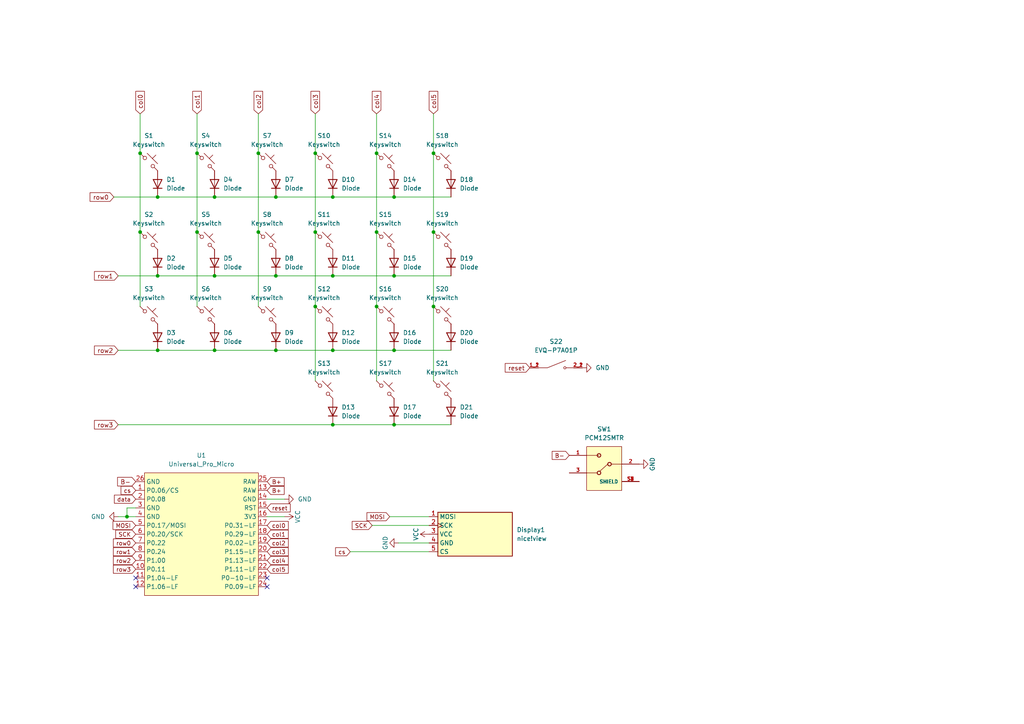
<source format=kicad_sch>
(kicad_sch (version 20231120) (generator "eeschema") (generator_version "8.0")
  (paper "A4")
  (lib_symbols
    (symbol "ClaudeSym:Universal_Pro_Micro_Footprint" (in_bom no)
      (property "Reference" "U" (at 0 22.86 0))
      (property "Value" "Universal_Pro_Micro" (at 0 20.32 0))
      (symbol "Universal_Pro_Micro_Footprint_0_0"
        (pin bidirectional line (at -19.05 -8.89 0) (length 2.54) (name "P0.11") (number "10"))
        (pin bidirectional line (at -19.05 -11.43 0) (length 2.54) (name "P1.04-LF") (number "11"))
        (pin bidirectional line (at -19.05 -13.97 0) (length 2.54) (name "P1.06-LF") (number "12"))
        (pin power_out line (at 19.05 11.43 180) (length 2.54) (name "GND") (number "14"))
        (pin bidirectional line (at 19.05 8.89 180) (length 2.54) (name "RST") (number "15"))
        (pin bidirectional line (at 19.05 3.81 180) (length 2.54) (name "P0.31-LF") (number "17"))
        (pin bidirectional line (at 19.05 1.27 180) (length 2.54) (name "P0.29-LF") (number "18"))
        (pin bidirectional line (at 19.05 -1.27 180) (length 2.54) (name "P0.02-LF") (number "19"))
        (pin bidirectional line (at -19.05 11.43 0) (length 2.54) (name "P0.08") (number "2"))
        (pin bidirectional line (at 19.05 -3.81 180) (length 2.54) (name "P1.15-LF") (number "20"))
        (pin bidirectional line (at 19.05 -6.35 180) (length 2.54) (name "P1.13-LF") (number "21"))
        (pin bidirectional line (at 19.05 -8.89 180) (length 2.54) (name "P1.11-LF") (number "22"))
        (pin bidirectional line (at 19.05 -11.43 180) (length 2.54) (name "P0-10-LF") (number "23"))
        (pin bidirectional line (at 19.05 -13.97 180) (length 2.54) (name "P0.09-LF") (number "24"))
        (pin power_out line (at -19.05 8.89 0) (length 2.54) (name "GND") (number "3"))
        (pin power_out line (at -19.05 6.35 0) (length 2.54) (name "GND") (number "4"))
        (pin bidirectional line (at -19.05 -1.27 0) (length 2.54) (name "P0.22") (number "7"))
        (pin bidirectional line (at -19.05 -3.81 0) (length 2.54) (name "P0.24") (number "8"))
        (pin bidirectional line (at -19.05 -6.35 0) (length 2.54) (name "P1.00") (number "9"))
      )
      (symbol "Universal_Pro_Micro_Footprint_1_0"
        (pin bidirectional line (at -19.05 13.97 0) (length 2.54) (name "P0.06/CS") (number "1"))
        (pin power_out line (at 19.05 13.97 180) (length 2.54) (name "RAW") (number "13"))
        (pin power_out line (at 19.05 6.35 180) (length 2.54) (name "3V3") (number "16"))
        (pin power_out line (at 19.05 16.51 180) (length 2.54) (name "RAW") (number "25"))
        (pin power_out line (at -19.05 16.51 0) (length 2.54) (name "GND") (number "26"))
        (pin bidirectional line (at -19.05 3.81 0) (length 2.54) (name "P0.17/MOSI") (number "5"))
        (pin bidirectional line (at -19.05 1.27 0) (length 2.54) (name "P0.20/SCK") (number "6"))
      )
      (symbol "Universal_Pro_Micro_Footprint_1_1"
        (rectangle (start -16.51 19.05) (end 16.51 -16.51) (fill (type background)))
      )
    )
    (symbol "EVQ-P7A01P:EVQ-P7A01P" (pin_names (offset 1.016))
      (property "Reference" "S" (at -2.54 2.54 0))
      (property "Value" "EVQ-P7A01P" (at -2.54 -2.54 0))
      (symbol "EVQ-P7A01P_0_0"
        (polyline (pts (xy -2.54 0) (xy -5.08 0)) (stroke (width 0.1524)))
        (polyline (pts (xy -2.54 0) (xy 2.794 2.1336)) (stroke (width 0.1524)))
        (polyline (pts (xy 5.08 0) (xy 2.921 0)) (stroke (width 0.1524)))
        (circle (center 2.54 0) (radius 0.3302) (stroke (width 0.1524)))
        (pin passive line (at -7.62 0 0) (length 2.54) (name "~") (number "1_1"))
        (pin passive line (at -7.62 0 0) (length 2.54) (name "~") (number "1_2"))
        (pin passive line (at 7.62 0 180) (length 2.54) (name "~") (number "2_1"))
        (pin passive line (at 7.62 0 180) (length 2.54) (name "~") (number "2_2"))
      )
    )
    (symbol "GND_1" (power) (pin_numbers hide) (pin_names (offset 0) hide)
      (property "Value" "GND" (at 0 -3.81 0))
      (symbol "GND_1_0_1"
        (polyline (pts (xy 0 0) (xy 0 -1.27) (xy 1.27 -1.27) (xy 0 -2.54) (xy -1.27 -1.27) (xy 0 -1.27)))
      )
      (symbol "GND_1_1_1"
        (pin power_in line (at 0 0 270) (length 0) (name "~") (number "1"))
      )
    )
    (symbol "PCM_PCM12SMTR:PCM12SMTR" (pin_names (offset 1.016))
      (property "Reference" "SW" (at -5.0844 5.3386 0))
      (property "Value" "PCM12SMTR" (at -5.1814 -9.6619 0))
      (symbol "PCM12SMTR_0_0"
        (rectangle (start -5.08 -7.62) (end 5.08 5.08) (stroke (width 0.1524)) (fill (type background)))
        (circle (center -1.524 -2.54) (radius 0.508) (stroke (width 0.254)))
        (circle (center -1.524 2.54) (radius 0.508) (stroke (width 0.254)))
        (polyline (pts (xy -5.08 -2.54) (xy -2.032 -2.54)) (stroke (width 0.1524)))
        (polyline (pts (xy -5.08 2.54) (xy -1.524 2.54)) (stroke (width 0.1524)))
        (polyline (pts (xy 1.016 0) (xy -1.27 -2.032)) (stroke (width 0.1524)))
        (polyline (pts (xy 2.032 0) (xy 5.08 0)) (stroke (width 0.1524)))
        (circle (center 1.524 0) (radius 0.508) (stroke (width 0.254)))
        (pin passive line (at -10.16 2.54 0) (length 5.08) (name "~") (number "1"))
        (pin passive line (at 10.16 0 180) (length 5.08) (name "~") (number "2"))
        (pin passive line (at -10.16 -2.54 0) (length 5.08) (name "~") (number "3"))
        (pin passive line (at 10.16 -5.08 180) (length 5.08) (name "SHIELD") (number "S1"))
        (pin passive line (at 10.16 -5.08 180) (length 5.08) (name "SHIELD") (number "S2"))
        (pin passive line (at 10.16 -5.08 180) (length 5.08) (name "SHIELD") (number "S3"))
        (pin passive line (at 10.16 -5.08 180) (length 5.08) (name "SHIELD") (number "S4"))
      )
    )
    (symbol "PCM_nice_view:nice!view"
      (property "Reference" "Display" (at 0 12.7 0))
      (property "Value" "nice!view" (at 0 0 0))
      (symbol "nice!view_0_1"
        (rectangle (start -6.35 11.43) (end 6.35 -10.16) (stroke (width 0.254)) (fill (type background)))
      )
      (symbol "nice!view_1_1"
        (pin input line (at -5.08 -12.7 90) (length 2.54) (name "MOSI") (number "1"))
        (pin input clock (at -2.54 -12.7 90) (length 2.54) (name "SCK") (number "2"))
        (pin power_in line (at 0 -12.7 90) (length 2.54) (name "VCC") (number "3"))
        (pin power_out line (at 2.54 -12.7 90) (length 2.54) (name "GND") (number "4"))
        (pin passive line (at 5.08 -12.7 90) (length 2.54) (name "CS") (number "5"))
      )
    )
    (symbol "ScottoKeebs:Placeholder_Diode" (pin_numbers hide) (pin_names hide)
      (property "Reference" "D" (at 0 2.54 0))
      (property "Value" "Diode" (at 0 -2.54 0))
      (symbol "Placeholder_Diode_0_1"
        (polyline (pts (xy -1.27 1.27) (xy -1.27 -1.27)) (stroke (width 0.254)))
        (polyline (pts (xy 1.27 0) (xy -1.27 0)))
        (polyline (pts (xy 1.27 1.27) (xy 1.27 -1.27) (xy -1.27 0) (xy 1.27 1.27)) (stroke (width 0.254)))
      )
      (symbol "Placeholder_Diode_1_1"
        (pin passive line (at -3.81 0 0) (length 2.54) (name "K") (number "1"))
        (pin passive line (at 3.81 0 180) (length 2.54) (name "A") (number "2"))
      )
    )
    (symbol "ScottoKeebs:Placeholder_Keyswitch" (pin_numbers hide) (pin_names (offset 1.016) hide)
      (property "Reference" "S" (at 3.048 1.016 0))
      (property "Value" "Keyswitch" (at 0 -3.81 0))
      (symbol "Placeholder_Keyswitch_0_1"
        (circle (center -1.1684 1.1684) (radius 0.508))
        (polyline (pts (xy -0.508 2.54) (xy 2.54 -0.508)))
        (polyline (pts (xy 1.016 1.016) (xy 2.032 2.032)))
        (polyline (pts (xy -2.54 2.54) (xy -1.524 1.524) (xy -1.524 1.524)))
        (polyline (pts (xy 1.524 -1.524) (xy 2.54 -2.54) (xy 2.54 -2.54) (xy 2.54 -2.54)))
        (circle (center 1.143 -1.1938) (radius 0.508))
        (pin passive line (at -2.54 2.54 0) (length 0) (name "1") (number "1"))
        (pin passive line (at 2.54 -2.54 180) (length 0) (name "2") (number "2"))
      )
    )
    (symbol "power:GND" (power) (pin_names (offset 0))
      (property "Value" "GND" (at 0 -3.81 0))
      (symbol "GND_0_1"
        (polyline (pts (xy 0 0) (xy 0 -1.27) (xy 1.27 -1.27) (xy 0 -2.54) (xy -1.27 -1.27) (xy 0 -1.27)))
      )
      (symbol "GND_1_1"
        (pin power_in line (at 0 0 270) (length 0) hide (name "GND") (number "1"))
      )
    )
    (symbol "power:VCC" (power) (pin_names (offset 0))
      (property "Value" "VCC" (at 0 3.81 0))
      (symbol "VCC_0_1"
        (polyline (pts (xy -0.762 1.27) (xy 0 2.54)))
        (polyline (pts (xy 0 0) (xy 0 2.54)))
        (polyline (pts (xy 0 2.54) (xy 0.762 1.27)))
      )
      (symbol "VCC_1_1"
        (pin power_in line (at 0 0 90) (length 0) hide (name "VCC") (number "1"))
      )
    )
  )
  (junction (at 109.22 44.45))
  (junction (at 80.01 80.01))
  (junction (at 62.23 57.15))
  (junction (at 74.93 67.31))
  (junction (at 45.72 101.6))
  (junction (at 45.72 57.15))
  (junction (at 109.22 67.31))
  (junction (at 91.44 88.9))
  (junction (at 40.64 44.45))
  (junction (at 114.3 101.6))
  (junction (at 45.72 80.01))
  (junction (at 114.3 57.15))
  (junction (at 114.3 80.01))
  (junction (at 74.93 44.45))
  (junction (at 80.01 101.6))
  (junction (at 57.15 44.45))
  (junction (at 114.3 123.19))
  (junction (at 96.52 123.19))
  (junction (at 125.73 67.31))
  (junction (at 62.23 80.01))
  (junction (at 96.52 101.6))
  (junction (at 109.22 88.9))
  (junction (at 96.52 57.15))
  (junction (at 125.73 44.45))
  (junction (at 40.64 67.31))
  (junction (at 57.15 67.31))
  (junction (at 96.52 80.01))
  (junction (at 62.23 101.6))
  (junction (at 91.44 44.45))
  (junction (at 36.83 149.86))
  (junction (at 91.44 67.31))
  (junction (at 80.01 57.15))
  (junction (at 125.73 88.9))
  (no_connect (at 39.37 170.18))
  (no_connect (at 77.47 170.18))
  (no_connect (at 77.47 167.64))
  (no_connect (at 39.37 167.64))
  (wire (pts (xy 80.01 80.01) (xy 96.52 80.01)))
  (wire (pts (xy 109.22 67.31) (xy 109.22 88.9)))
  (wire (pts (xy 74.93 44.45) (xy 74.93 67.31)))
  (wire (pts (xy 113.03 149.86) (xy 124.46 149.86)))
  (wire (pts (xy 74.93 33.02) (xy 74.93 44.45)))
  (wire (pts (xy 114.3 57.15) (xy 130.81 57.15)))
  (wire (pts (xy 91.44 67.31) (xy 91.44 88.9)))
  (wire (pts (xy 34.29 80.01) (xy 45.72 80.01)))
  (wire (pts (xy 125.73 88.9) (xy 125.73 110.49)))
  (wire (pts (xy 34.29 101.6) (xy 45.72 101.6)))
  (wire (pts (xy 57.15 44.45) (xy 57.15 67.31)))
  (wire (pts (xy 114.3 123.19) (xy 130.81 123.19)))
  (wire (pts (xy 40.64 44.45) (xy 40.64 67.31)))
  (wire (pts (xy 96.52 57.15) (xy 114.3 57.15)))
  (wire (pts (xy 96.52 101.6) (xy 114.3 101.6)))
  (wire (pts (xy 62.23 57.15) (xy 80.01 57.15)))
  (wire (pts (xy 109.22 88.9) (xy 109.22 110.49)))
  (wire (pts (xy 33.02 57.15) (xy 45.72 57.15)))
  (wire (pts (xy 125.73 44.45) (xy 125.73 67.31)))
  (wire (pts (xy 45.72 80.01) (xy 62.23 80.01)))
  (wire (pts (xy 45.72 57.15) (xy 62.23 57.15)))
  (wire (pts (xy 74.93 67.31) (xy 74.93 88.9)))
  (wire (pts (xy 91.44 33.02) (xy 91.44 44.45)))
  (wire (pts (xy 125.73 67.31) (xy 125.73 88.9)))
  (wire (pts (xy 62.23 80.01) (xy 80.01 80.01)))
  (wire (pts (xy 101.6 160.02) (xy 124.46 160.02)))
  (wire (pts (xy 96.52 123.19) (xy 114.3 123.19)))
  (wire (pts (xy 91.44 44.45) (xy 91.44 67.31)))
  (wire (pts (xy 57.15 33.02) (xy 57.15 44.45)))
  (wire (pts (xy 115.57 157.48) (xy 124.46 157.48)))
  (wire (pts (xy 80.01 57.15) (xy 96.52 57.15)))
  (wire (pts (xy 57.15 67.31) (xy 57.15 88.9)))
  (wire (pts (xy 34.29 149.86) (xy 36.83 149.86)))
  (wire (pts (xy 91.44 88.9) (xy 91.44 110.49)))
  (wire (pts (xy 96.52 80.01) (xy 114.3 80.01)))
  (wire (pts (xy 114.3 80.01) (xy 130.81 80.01)))
  (wire (pts (xy 62.23 101.6) (xy 80.01 101.6)))
  (wire (pts (xy 36.83 149.86) (xy 39.37 149.86)))
  (wire (pts (xy 34.29 123.19) (xy 96.52 123.19)))
  (wire (pts (xy 125.73 33.02) (xy 125.73 44.45)))
  (wire (pts (xy 40.64 67.31) (xy 40.64 88.9)))
  (wire (pts (xy 109.22 44.45) (xy 109.22 67.31)))
  (wire (pts (xy 107.95 152.4) (xy 124.46 152.4)))
  (wire (pts (xy 39.37 147.32) (xy 36.83 147.32)))
  (wire (pts (xy 77.47 149.86) (xy 82.55 149.86)))
  (wire (pts (xy 40.64 33.02) (xy 40.64 44.45)))
  (wire (pts (xy 80.01 101.6) (xy 96.52 101.6)))
  (wire (pts (xy 36.83 147.32) (xy 36.83 149.86)))
  (wire (pts (xy 114.3 101.6) (xy 130.81 101.6)))
  (wire (pts (xy 109.22 33.02) (xy 109.22 44.45)))
  (wire (pts (xy 77.47 144.78) (xy 82.55 144.78)))
  (wire (pts (xy 45.72 101.6) (xy 62.23 101.6)))
  (global_label "col1" (shape input) (at 77.47 154.94 0) (effects (font (size 1.1938 1.1938))) (property "Intersheetrefs" "${INTERSHEET_REFS}" (effects (hide yes))))
  (global_label "col4" (shape input) (at 109.22 33.02 90) (property "Intersheetrefs" "${INTERSHEET_REFS}" (effects (hide yes))))
  (global_label "row0" (shape input) (at 39.37 157.48 180) (effects (font (size 1.1938 1.1938))) (property "Intersheetrefs" "${INTERSHEET_REFS}" (effects (hide yes))))
  (global_label "SCK" (shape input) (at 107.95 152.4 180) (effects (font (size 1.1938 1.1938))) (property "Intersheetrefs" "${INTERSHEET_REFS}" (effects (hide yes))))
  (global_label "data" (shape input) (at 39.37 144.78 180) (effects (font (size 1.1938 1.1938))) (property "Intersheetrefs" "${INTERSHEET_REFS}" (effects (hide yes))))
  (global_label "B+" (shape input) (at 77.47 139.7 0) (effects (font (size 1.1938 1.1938))) (property "Intersheetrefs" "${INTERSHEET_REFS}" (effects (hide yes))))
  (global_label "col3" (shape input) (at 77.47 160.02 0) (effects (font (size 1.1938 1.1938))) (property "Intersheetrefs" "${INTERSHEET_REFS}" (effects (hide yes))))
  (global_label "row2" (shape input) (at 39.37 162.56 180) (effects (font (size 1.1938 1.1938))) (property "Intersheetrefs" "${INTERSHEET_REFS}" (effects (hide yes))))
  (global_label "reset" (shape input) (at 153.67 106.68 180) (property "Intersheetrefs" "${INTERSHEET_REFS}" (effects (hide yes))))
  (global_label "row3" (shape input) (at 34.29 123.19 180) (property "Intersheetrefs" "${INTERSHEET_REFS}" (effects (hide yes))))
  (global_label "col0" (shape input) (at 77.47 152.4 0) (effects (font (size 1.1938 1.1938))) (property "Intersheetrefs" "${INTERSHEET_REFS}" (effects (hide yes))))
  (global_label "cs" (shape input) (at 39.37 142.24 180) (effects (font (size 1.1938 1.1938))) (property "Intersheetrefs" "${INTERSHEET_REFS}" (effects (hide yes))))
  (global_label "B-" (shape input) (at 165.1 132.08 180) (effects (font (size 1.1938 1.1938))) (property "Intersheetrefs" "${INTERSHEET_REFS}" (effects (hide yes))))
  (global_label "SCK" (shape input) (at 39.37 154.94 180) (effects (font (size 1.1938 1.1938))) (property "Intersheetrefs" "${INTERSHEET_REFS}" (effects (hide yes))))
  (global_label "row1" (shape input) (at 39.37 160.02 180) (effects (font (size 1.1938 1.1938))) (property "Intersheetrefs" "${INTERSHEET_REFS}" (effects (hide yes))))
  (global_label "MOSI" (shape input) (at 113.03 149.86 180) (effects (font (size 1.1938 1.1938))) (property "Intersheetrefs" "${INTERSHEET_REFS}" (effects (hide yes))))
  (global_label "col3" (shape input) (at 91.44 33.02 90) (property "Intersheetrefs" "${INTERSHEET_REFS}" (effects (hide yes))))
  (global_label "MOSI" (shape input) (at 39.37 152.4 180) (effects (font (size 1.1938 1.1938))) (property "Intersheetrefs" "${INTERSHEET_REFS}" (effects (hide yes))))
  (global_label "row2" (shape input) (at 34.29 101.6 180) (property "Intersheetrefs" "${INTERSHEET_REFS}" (effects (hide yes))))
  (global_label "row0" (shape input) (at 33.02 57.15 180) (property "Intersheetrefs" "${INTERSHEET_REFS}" (effects (hide yes))))
  (global_label "col0" (shape input) (at 40.64 33.02 90) (property "Intersheetrefs" "${INTERSHEET_REFS}" (effects (hide yes))))
  (global_label "row1" (shape input) (at 34.29 80.01 180) (property "Intersheetrefs" "${INTERSHEET_REFS}" (effects (hide yes))))
  (global_label "col1" (shape input) (at 57.15 33.02 90) (property "Intersheetrefs" "${INTERSHEET_REFS}" (effects (hide yes))))
  (global_label "B-" (shape input) (at 39.37 139.7 180) (property "Intersheetrefs" "${INTERSHEET_REFS}" (effects (hide yes))))
  (global_label "row3" (shape input) (at 39.37 165.1 180) (effects (font (size 1.1938 1.1938))) (property "Intersheetrefs" "${INTERSHEET_REFS}" (effects (hide yes))))
  (global_label "col2" (shape input) (at 74.93 33.02 90) (property "Intersheetrefs" "${INTERSHEET_REFS}" (effects (hide yes))))
  (global_label "col2" (shape input) (at 77.47 157.48 0) (effects (font (size 1.1938 1.1938))) (property "Intersheetrefs" "${INTERSHEET_REFS}" (effects (hide yes))))
  (global_label "col5" (shape input) (at 77.47 165.1 0) (effects (font (size 1.1938 1.1938))) (property "Intersheetrefs" "${INTERSHEET_REFS}" (effects (hide yes))))
  (global_label "col4" (shape input) (at 77.47 162.56 0) (effects (font (size 1.1938 1.1938))) (property "Intersheetrefs" "${INTERSHEET_REFS}" (effects (hide yes))))
  (global_label "reset" (shape input) (at 77.47 147.32 0) (effects (font (size 1.1938 1.1938))) (property "Intersheetrefs" "${INTERSHEET_REFS}" (effects (hide yes))))
  (global_label "cs" (shape input) (at 101.6 160.02 180) (effects (font (size 1.1938 1.1938))) (property "Intersheetrefs" "${INTERSHEET_REFS}" (effects (hide yes))))
  (global_label "col5" (shape input) (at 125.73 33.02 90) (property "Intersheetrefs" "${INTERSHEET_REFS}" (effects (hide yes))))
  (global_label "B+" (shape input) (at 77.47 142.24 0) (effects (font (size 1.1938 1.1938))) (property "Intersheetrefs" "${INTERSHEET_REFS}" (effects (hide yes))))
  (symbol (lib_id "ScottoKeebs:Placeholder_Keyswitch") (at 93.98 69.85 0) (unit 1)
    (property "Reference" "S11" (at 93.98 62.23 0))
    (property "Value" "Keyswitch" (at 93.98 64.77 0))
    (property "Footprint" "ScottoKeebs_Choc:Choc_V1_1.00u" (effects (hide yes)))
    (property "Description" "Push button switch, normally open, two pins, 45° tilted" (effects (hide yes)))
  )
  (symbol (lib_id "ScottoKeebs:Placeholder_Keyswitch") (at 93.98 46.99 0) (unit 1)
    (property "Reference" "S10" (at 93.98 39.37 0))
    (property "Value" "Keyswitch" (at 93.98 41.91 0))
    (property "Footprint" "ScottoKeebs_Choc:Choc_V1_1.00u" (effects (hide yes)))
    (property "Description" "Push button switch, normally open, two pins, 45° tilted" (effects (hide yes)))
  )
  (symbol (lib_id "power:GND") (at 115.57 157.48 270) (unit 1)
    (property "Reference" "#PWR01" (effects (hide yes)))
    (property "Value" "GND" (at 111.76 157.48 0))
  )
  (symbol (lib_name "GND_1") (lib_id "power:GND") (at 82.55 144.78 90) (unit 1)
    (property "Reference" "#PWR06" (effects (hide yes)))
    (property "Value" "GND" (at 86.36 144.7799 90) (effects (justify right)))
    (property "Description" "Power symbol creates a global label with name \"GND\" , ground" (effects (hide yes)))
  )
  (symbol (lib_id "ScottoKeebs:Placeholder_Diode") (at 114.3 119.38 90) (unit 1)
    (property "Reference" "D17" (at 116.84 118.1099 90) (effects (justify right)))
    (property "Value" "Diode" (at 116.84 120.6499 90) (effects (justify right)))
    (property "Footprint" "ScottoKeebs_Components:Diode_SOD-123" (effects (hide yes)))
    (property "Description" "1N4148 (DO-35) or 1N4148W (SOD-123)" (effects (hide yes)))
    (property "Sim.Device" "D" (effects (hide yes)))
    (property "Sim.Pins" "1=K 2=A" (effects (hide yes)))
  )
  (symbol (lib_id "ScottoKeebs:Placeholder_Keyswitch") (at 93.98 91.44 0) (unit 1)
    (property "Reference" "S12" (at 93.98 83.82 0))
    (property "Value" "Keyswitch" (at 93.98 86.36 0))
    (property "Footprint" "ScottoKeebs_Choc:Choc_V1_1.00u" (effects (hide yes)))
    (property "Description" "Push button switch, normally open, two pins, 45° tilted" (effects (hide yes)))
  )
  (symbol (lib_id "ScottoKeebs:Placeholder_Diode") (at 96.52 76.2 90) (unit 1)
    (property "Reference" "D11" (at 99.06 74.9299 90) (effects (justify right)))
    (property "Value" "Diode" (at 99.06 77.4699 90) (effects (justify right)))
    (property "Footprint" "ScottoKeebs_Components:Diode_SOD-123" (effects (hide yes)))
    (property "Description" "1N4148 (DO-35) or 1N4148W (SOD-123)" (effects (hide yes)))
    (property "Sim.Device" "D" (effects (hide yes)))
    (property "Sim.Pins" "1=K 2=A" (effects (hide yes)))
  )
  (symbol (lib_id "ScottoKeebs:Placeholder_Diode") (at 62.23 97.79 90) (unit 1)
    (property "Reference" "D6" (at 64.77 96.5199 90) (effects (justify right)))
    (property "Value" "Diode" (at 64.77 99.0599 90) (effects (justify right)))
    (property "Footprint" "ScottoKeebs_Components:Diode_SOD-123" (effects (hide yes)))
    (property "Description" "1N4148 (DO-35) or 1N4148W (SOD-123)" (effects (hide yes)))
    (property "Sim.Device" "D" (effects (hide yes)))
    (property "Sim.Pins" "1=K 2=A" (effects (hide yes)))
  )
  (symbol (lib_id "ScottoKeebs:Placeholder_Keyswitch") (at 59.69 69.85 0) (unit 1)
    (property "Reference" "S5" (at 59.69 62.23 0))
    (property "Value" "Keyswitch" (at 59.69 64.77 0))
    (property "Footprint" "ScottoKeebs_Choc:Choc_V1_1.00u" (effects (hide yes)))
    (property "Description" "Push button switch, normally open, two pins, 45° tilted" (effects (hide yes)))
  )
  (symbol (lib_id "ScottoKeebs:Placeholder_Diode") (at 62.23 53.34 90) (unit 1)
    (property "Reference" "D4" (at 64.77 52.0699 90) (effects (justify right)))
    (property "Value" "Diode" (at 64.77 54.6099 90) (effects (justify right)))
    (property "Footprint" "ScottoKeebs_Components:Diode_SOD-123" (effects (hide yes)))
    (property "Description" "1N4148 (DO-35) or 1N4148W (SOD-123)" (effects (hide yes)))
    (property "Sim.Device" "D" (effects (hide yes)))
    (property "Sim.Pins" "1=K 2=A" (effects (hide yes)))
  )
  (symbol (lib_id "PCM_nice_view:nice!view") (at 137.16 154.94 270) (unit 1)
    (property "Reference" "Display1" (at 149.86 153.67 90) (effects (justify left)))
    (property "Value" "nice!view" (at 149.86 156.21 90) (effects (justify left)))
    (property "Footprint" "myLib:nice_view" (effects (hide yes)))
    (property "Datasheet" "https://nicekeyboards.com/docs/nice-view/pinout-schematic" (effects (hide yes)))
  )
  (symbol (lib_id "ScottoKeebs:Placeholder_Keyswitch") (at 111.76 69.85 0) (unit 1)
    (property "Reference" "S15" (at 111.76 62.23 0))
    (property "Value" "Keyswitch" (at 111.76 64.77 0))
    (property "Footprint" "ScottoKeebs_Choc:Choc_V1_1.00u" (effects (hide yes)))
    (property "Description" "Push button switch, normally open, two pins, 45° tilted" (effects (hide yes)))
  )
  (symbol (lib_id "ScottoKeebs:Placeholder_Diode") (at 96.52 97.79 90) (unit 1)
    (property "Reference" "D12" (at 99.06 96.5199 90) (effects (justify right)))
    (property "Value" "Diode" (at 99.06 99.0599 90) (effects (justify right)))
    (property "Footprint" "ScottoKeebs_Components:Diode_SOD-123" (effects (hide yes)))
    (property "Description" "1N4148 (DO-35) or 1N4148W (SOD-123)" (effects (hide yes)))
    (property "Sim.Device" "D" (effects (hide yes)))
    (property "Sim.Pins" "1=K 2=A" (effects (hide yes)))
  )
  (symbol (lib_id "ScottoKeebs:Placeholder_Keyswitch") (at 77.47 69.85 0) (unit 1)
    (property "Reference" "S8" (at 77.47 62.23 0))
    (property "Value" "Keyswitch" (at 77.47 64.77 0))
    (property "Footprint" "ScottoKeebs_Choc:Choc_V1_1.00u" (effects (hide yes)))
    (property "Description" "Push button switch, normally open, two pins, 45° tilted" (effects (hide yes)))
  )
  (symbol (lib_id "power:VCC") (at 82.55 149.86 270) (unit 1)
    (property "Reference" "#PWR07" (effects (hide yes)))
    (property "Value" "VCC" (at 86.36 149.86 0))
  )
  (symbol (lib_id "ScottoKeebs:Placeholder_Keyswitch") (at 43.18 46.99 0) (unit 1)
    (property "Reference" "S1" (at 43.18 39.37 0))
    (property "Value" "Keyswitch" (at 43.18 41.91 0))
    (property "Footprint" "ScottoKeebs_Choc:Choc_V1_1.00u" (effects (hide yes)))
    (property "Description" "Push button switch, normally open, two pins, 45° tilted" (effects (hide yes)))
  )
  (symbol (lib_id "ScottoKeebs:Placeholder_Keyswitch") (at 111.76 91.44 0) (unit 1)
    (property "Reference" "S16" (at 111.76 83.82 0))
    (property "Value" "Keyswitch" (at 111.76 86.36 0))
    (property "Footprint" "ScottoKeebs_Choc:Choc_V1_1.00u" (effects (hide yes)))
    (property "Description" "Push button switch, normally open, two pins, 45° tilted" (effects (hide yes)))
  )
  (symbol (lib_id "ScottoKeebs:Placeholder_Diode") (at 62.23 76.2 90) (unit 1)
    (property "Reference" "D5" (at 64.77 74.9299 90) (effects (justify right)))
    (property "Value" "Diode" (at 64.77 77.4699 90) (effects (justify right)))
    (property "Footprint" "ScottoKeebs_Components:Diode_SOD-123" (effects (hide yes)))
    (property "Description" "1N4148 (DO-35) or 1N4148W (SOD-123)" (effects (hide yes)))
    (property "Sim.Device" "D" (effects (hide yes)))
    (property "Sim.Pins" "1=K 2=A" (effects (hide yes)))
  )
  (symbol (lib_name "GND_1") (lib_id "power:GND") (at 168.91 106.68 90) (unit 1)
    (property "Reference" "#PWR04" (effects (hide yes)))
    (property "Value" "GND" (at 172.72 106.6799 90) (effects (justify right)))
    (property "Description" "Power symbol creates a global label with name \"GND\" , ground" (effects (hide yes)))
  )
  (symbol (lib_id "ScottoKeebs:Placeholder_Diode") (at 130.81 119.38 90) (unit 1)
    (property "Reference" "D21" (at 133.35 118.1099 90) (effects (justify right)))
    (property "Value" "Diode" (at 133.35 120.6499 90) (effects (justify right)))
    (property "Footprint" "ScottoKeebs_Components:Diode_SOD-123" (effects (hide yes)))
    (property "Description" "1N4148 (DO-35) or 1N4148W (SOD-123)" (effects (hide yes)))
    (property "Sim.Device" "D" (effects (hide yes)))
    (property "Sim.Pins" "1=K 2=A" (effects (hide yes)))
  )
  (symbol (lib_id "ScottoKeebs:Placeholder_Diode") (at 45.72 97.79 90) (unit 1)
    (property "Reference" "D3" (at 48.26 96.5199 90) (effects (justify right)))
    (property "Value" "Diode" (at 48.26 99.0599 90) (effects (justify right)))
    (property "Footprint" "ScottoKeebs_Components:Diode_SOD-123" (effects (hide yes)))
    (property "Description" "1N4148 (DO-35) or 1N4148W (SOD-123)" (effects (hide yes)))
    (property "Sim.Device" "D" (effects (hide yes)))
    (property "Sim.Pins" "1=K 2=A" (effects (hide yes)))
  )
  (symbol (lib_id "ScottoKeebs:Placeholder_Keyswitch") (at 59.69 91.44 0) (unit 1)
    (property "Reference" "S6" (at 59.69 83.82 0))
    (property "Value" "Keyswitch" (at 59.69 86.36 0))
    (property "Footprint" "ScottoKeebs_Choc:Choc_V1_1.00u" (effects (hide yes)))
    (property "Description" "Push button switch, normally open, two pins, 45° tilted" (effects (hide yes)))
  )
  (symbol (lib_id "ScottoKeebs:Placeholder_Keyswitch") (at 93.98 113.03 0) (unit 1)
    (property "Reference" "S13" (at 93.98 105.41 0))
    (property "Value" "Keyswitch" (at 93.98 107.95 0))
    (property "Footprint" "ScottoKeebs_Choc:Choc_V1_1.00u" (effects (hide yes)))
    (property "Description" "Push button switch, normally open, two pins, 45° tilted" (effects (hide yes)))
  )
  (symbol (lib_id "ScottoKeebs:Placeholder_Diode") (at 45.72 53.34 90) (unit 1)
    (property "Reference" "D1" (at 48.26 52.0699 90) (effects (justify right)))
    (property "Value" "Diode" (at 48.26 54.6099 90) (effects (justify right)))
    (property "Footprint" "ScottoKeebs_Components:Diode_SOD-123" (effects (hide yes)))
    (property "Description" "1N4148 (DO-35) or 1N4148W (SOD-123)" (effects (hide yes)))
    (property "Sim.Device" "D" (effects (hide yes)))
    (property "Sim.Pins" "1=K 2=A" (effects (hide yes)))
  )
  (symbol (lib_id "ScottoKeebs:Placeholder_Diode") (at 96.52 53.34 90) (unit 1)
    (property "Reference" "D10" (at 99.06 52.0699 90) (effects (justify right)))
    (property "Value" "Diode" (at 99.06 54.6099 90) (effects (justify right)))
    (property "Footprint" "ScottoKeebs_Components:Diode_SOD-123" (effects (hide yes)))
    (property "Description" "1N4148 (DO-35) or 1N4148W (SOD-123)" (effects (hide yes)))
    (property "Sim.Device" "D" (effects (hide yes)))
    (property "Sim.Pins" "1=K 2=A" (effects (hide yes)))
  )
  (symbol (lib_id "power:GND") (at 185.42 134.62 90) (unit 1)
    (property "Reference" "#PWR03" (effects (hide yes)))
    (property "Value" "GND" (at 189.23 134.62 0))
  )
  (symbol (lib_id "ScottoKeebs:Placeholder_Keyswitch") (at 43.18 91.44 0) (unit 1)
    (property "Reference" "S3" (at 43.18 83.82 0))
    (property "Value" "Keyswitch" (at 43.18 86.36 0))
    (property "Footprint" "ScottoKeebs_Choc:Choc_V1_1.00u" (effects (hide yes)))
    (property "Description" "Push button switch, normally open, two pins, 45° tilted" (effects (hide yes)))
  )
  (symbol (lib_id "PCM_PCM12SMTR:PCM12SMTR") (at 175.26 134.62 0) (unit 1)
    (property "Reference" "SW1" (at 175.26 124.46 0))
    (property "Value" "PCM12SMTR" (at 175.26 127 0))
    (property "Footprint" "Button_Switch_SMD:SW_SPDT_PCM12" (effects (hide yes)))
    (property "STANDARD" "Manufacturer Recommendation" (effects (hide yes)))
    (property "MANUFACTURER" "C&K" (effects (hide yes)))
  )
  (symbol (lib_id "ScottoKeebs:Placeholder_Diode") (at 114.3 97.79 90) (unit 1)
    (property "Reference" "D16" (at 116.84 96.5199 90) (effects (justify right)))
    (property "Value" "Diode" (at 116.84 99.0599 90) (effects (justify right)))
    (property "Footprint" "ScottoKeebs_Components:Diode_SOD-123" (effects (hide yes)))
    (property "Description" "1N4148 (DO-35) or 1N4148W (SOD-123)" (effects (hide yes)))
    (property "Sim.Device" "D" (effects (hide yes)))
    (property "Sim.Pins" "1=K 2=A" (effects (hide yes)))
  )
  (symbol (lib_id "ScottoKeebs:Placeholder_Keyswitch") (at 111.76 113.03 0) (unit 1)
    (property "Reference" "S17" (at 111.76 105.41 0))
    (property "Value" "Keyswitch" (at 111.76 107.95 0))
    (property "Footprint" "ScottoKeebs_Choc:Choc_V1_1.00u" (effects (hide yes)))
    (property "Description" "Push button switch, normally open, two pins, 45° tilted" (effects (hide yes)))
  )
  (symbol (lib_id "ScottoKeebs:Placeholder_Diode") (at 80.01 53.34 90) (unit 1)
    (property "Reference" "D7" (at 82.55 52.0699 90) (effects (justify right)))
    (property "Value" "Diode" (at 82.55 54.6099 90) (effects (justify right)))
    (property "Footprint" "ScottoKeebs_Components:Diode_SOD-123" (effects (hide yes)))
    (property "Description" "1N4148 (DO-35) or 1N4148W (SOD-123)" (effects (hide yes)))
    (property "Sim.Device" "D" (effects (hide yes)))
    (property "Sim.Pins" "1=K 2=A" (effects (hide yes)))
  )
  (symbol (lib_id "ScottoKeebs:Placeholder_Keyswitch") (at 43.18 69.85 0) (unit 1)
    (property "Reference" "S2" (at 43.18 62.23 0))
    (property "Value" "Keyswitch" (at 43.18 64.77 0))
    (property "Footprint" "ScottoKeebs_Choc:Choc_V1_1.00u" (effects (hide yes)))
    (property "Description" "Push button switch, normally open, two pins, 45° tilted" (effects (hide yes)))
  )
  (symbol (lib_id "ScottoKeebs:Placeholder_Diode") (at 130.81 53.34 90) (unit 1)
    (property "Reference" "D18" (at 133.35 52.0699 90) (effects (justify right)))
    (property "Value" "Diode" (at 133.35 54.6099 90) (effects (justify right)))
    (property "Footprint" "ScottoKeebs_Components:Diode_SOD-123" (effects (hide yes)))
    (property "Description" "1N4148 (DO-35) or 1N4148W (SOD-123)" (effects (hide yes)))
    (property "Sim.Device" "D" (effects (hide yes)))
    (property "Sim.Pins" "1=K 2=A" (effects (hide yes)))
  )
  (symbol (lib_id "ScottoKeebs:Placeholder_Diode") (at 45.72 76.2 90) (unit 1)
    (property "Reference" "D2" (at 48.26 74.9299 90) (effects (justify right)))
    (property "Value" "Diode" (at 48.26 77.4699 90) (effects (justify right)))
    (property "Footprint" "ScottoKeebs_Components:Diode_SOD-123" (effects (hide yes)))
    (property "Description" "1N4148 (DO-35) or 1N4148W (SOD-123)" (effects (hide yes)))
    (property "Sim.Device" "D" (effects (hide yes)))
    (property "Sim.Pins" "1=K 2=A" (effects (hide yes)))
  )
  (symbol (lib_id "ScottoKeebs:Placeholder_Keyswitch") (at 128.27 46.99 0) (unit 1)
    (property "Reference" "S18" (at 128.27 39.37 0))
    (property "Value" "Keyswitch" (at 128.27 41.91 0))
    (property "Footprint" "ScottoKeebs_Choc:Choc_V1_1.00u" (effects (hide yes)))
    (property "Description" "Push button switch, normally open, two pins, 45° tilted" (effects (hide yes)))
  )
  (symbol (lib_id "ScottoKeebs:Placeholder_Keyswitch") (at 128.27 91.44 0) (unit 1)
    (property "Reference" "S20" (at 128.27 83.82 0))
    (property "Value" "Keyswitch" (at 128.27 86.36 0))
    (property "Footprint" "ScottoKeebs_Choc:Choc_V1_1.00u" (effects (hide yes)))
    (property "Description" "Push button switch, normally open, two pins, 45° tilted" (effects (hide yes)))
  )
  (symbol (lib_id "ScottoKeebs:Placeholder_Keyswitch") (at 111.76 46.99 0) (unit 1)
    (property "Reference" "S14" (at 111.76 39.37 0))
    (property "Value" "Keyswitch" (at 111.76 41.91 0))
    (property "Footprint" "ScottoKeebs_Choc:Choc_V1_1.00u" (effects (hide yes)))
    (property "Description" "Push button switch, normally open, two pins, 45° tilted" (effects (hide yes)))
  )
  (symbol (lib_name "GND_1") (lib_id "power:GND") (at 34.29 149.86 270) (unit 1)
    (property "Reference" "#PWR05" (effects (hide yes)))
    (property "Value" "GND" (at 30.48 149.8599 90) (effects (justify right)))
    (property "Description" "Power symbol creates a global label with name \"GND\" , ground" (effects (hide yes)))
  )
  (symbol (lib_id "ClaudeSym:Universal_Pro_Micro_Footprint") (at 58.42 156.21 0) (unit 1) (in_bom no)
    (property "Reference" "U1" (at 58.42 132.08 0))
    (property "Value" "Universal_Pro_Micro" (at 58.42 134.62 0))
    (property "Footprint" "myLib:Universal_Pro_Micro_Footprint" (effects (hide yes)))
    (property "Datasheet" "https://nicekeyboards.com/docs/nice-nano/pinout-schematic" (effects (hide yes)))
  )
  (symbol (lib_id "ScottoKeebs:Placeholder_Diode") (at 96.52 119.38 90) (unit 1)
    (property "Reference" "D13" (at 99.06 118.1099 90) (effects (justify right)))
    (property "Value" "Diode" (at 99.06 120.6499 90) (effects (justify right)))
    (property "Footprint" "ScottoKeebs_Components:Diode_SOD-123" (effects (hide yes)))
    (property "Description" "1N4148 (DO-35) or 1N4148W (SOD-123)" (effects (hide yes)))
    (property "Sim.Device" "D" (effects (hide yes)))
    (property "Sim.Pins" "1=K 2=A" (effects (hide yes)))
  )
  (symbol (lib_id "ScottoKeebs:Placeholder_Diode") (at 130.81 97.79 90) (unit 1)
    (property "Reference" "D20" (at 133.35 96.5199 90) (effects (justify right)))
    (property "Value" "Diode" (at 133.35 99.0599 90) (effects (justify right)))
    (property "Footprint" "ScottoKeebs_Components:Diode_SOD-123" (effects (hide yes)))
    (property "Description" "1N4148 (DO-35) or 1N4148W (SOD-123)" (effects (hide yes)))
    (property "Sim.Device" "D" (effects (hide yes)))
    (property "Sim.Pins" "1=K 2=A" (effects (hide yes)))
  )
  (symbol (lib_id "EVQ-P7A01P:EVQ-P7A01P") (at 161.29 106.68 0) (unit 1)
    (property "Reference" "S22" (at 161.29 99.06 0))
    (property "Value" "EVQ-P7A01P" (at 161.29 101.6 0))
    (property "Footprint" "EVQ-P7A01P:SW_EVQ-P7A01P" (effects (hide yes)))
    (property "MF" "Panasonic Electronic Components" (effects (hide yes)))
    (property "MAXIMUM_PACKAGE_HEIGHT" "1.35mm" (effects (hide yes)))
    (property "Package" "None" (effects (hide yes)))
    (property "Price" "None" (effects (hide yes)))
    (property "Check_prices" "https://www.snapeda.com/parts/EVQ-P7A01P/Panasonic/view-part/?ref=eda" (effects (hide yes)))
    (property "STANDARD" "Manufacturer Recommendations" (effects (hide yes)))
    (property "PARTREV" "2022.4" (effects (hide yes)))
    (property "SnapEDA_Link" "https://www.snapeda.com/parts/EVQ-P7A01P/Panasonic/view-part/?ref=snap" (effects (hide yes)))
    (property "MP" "EVQ-P7A01P" (effects (hide yes)))
    (property "Purchase-URL" "https://www.snapeda.com/api/url_track_click_mouser/?unipart_id=7409726&manufacturer=Panasonic Electronic Components&part_name=EVQ-P7A01P&search_term=evqp7a" (effects (hide yes)))
    (property "Description_1" "\nSwitch;Tactile;3.5x2.9mm;Right Angle;Light Touch Switch | Panasonic Electronic Components EVQ-P7A01P\n" (effects (hide yes)))
    (property "Availability" "In Stock" (effects (hide yes)))
    (property "MANUFACTURER" "Panasonic Electronic Components" (effects (hide yes)))
  )
  (symbol (lib_id "power:VCC") (at 124.46 154.94 90) (unit 1)
    (property "Reference" "#PWR02" (effects (hide yes)))
    (property "Value" "VCC" (at 120.65 154.94 0))
  )
  (symbol (lib_id "ScottoKeebs:Placeholder_Keyswitch") (at 77.47 46.99 0) (unit 1)
    (property "Reference" "S7" (at 77.47 39.37 0))
    (property "Value" "Keyswitch" (at 77.47 41.91 0))
    (property "Footprint" "ScottoKeebs_Choc:Choc_V1_1.00u" (effects (hide yes)))
    (property "Description" "Push button switch, normally open, two pins, 45° tilted" (effects (hide yes)))
  )
  (symbol (lib_id "ScottoKeebs:Placeholder_Keyswitch") (at 77.47 91.44 0) (unit 1)
    (property "Reference" "S9" (at 77.47 83.82 0))
    (property "Value" "Keyswitch" (at 77.47 86.36 0))
    (property "Footprint" "ScottoKeebs_Choc:Choc_V1_1.00u" (effects (hide yes)))
    (property "Description" "Push button switch, normally open, two pins, 45° tilted" (effects (hide yes)))
  )
  (symbol (lib_id "ScottoKeebs:Placeholder_Keyswitch") (at 128.27 113.03 0) (unit 1)
    (property "Reference" "S21" (at 128.27 105.41 0))
    (property "Value" "Keyswitch" (at 128.27 107.95 0))
    (property "Footprint" "ScottoKeebs_Choc:Choc_V1_1.50u" (effects (hide yes)))
    (property "Description" "Push button switch, normally open, two pins, 45° tilted" (effects (hide yes)))
  )
  (symbol (lib_id "ScottoKeebs:Placeholder_Diode") (at 80.01 76.2 90) (unit 1)
    (property "Reference" "D8" (at 82.55 74.9299 90) (effects (justify right)))
    (property "Value" "Diode" (at 82.55 77.4699 90) (effects (justify right)))
    (property "Footprint" "ScottoKeebs_Components:Diode_SOD-123" (effects (hide yes)))
    (property "Description" "1N4148 (DO-35) or 1N4148W (SOD-123)" (effects (hide yes)))
    (property "Sim.Device" "D" (effects (hide yes)))
    (property "Sim.Pins" "1=K 2=A" (effects (hide yes)))
  )
  (symbol (lib_id "ScottoKeebs:Placeholder_Keyswitch") (at 128.27 69.85 0) (unit 1)
    (property "Reference" "S19" (at 128.27 62.23 0))
    (property "Value" "Keyswitch" (at 128.27 64.77 0))
    (property "Footprint" "ScottoKeebs_Choc:Choc_V1_1.00u" (effects (hide yes)))
    (property "Description" "Push button switch, normally open, two pins, 45° tilted" (effects (hide yes)))
  )
  (symbol (lib_id "ScottoKeebs:Placeholder_Diode") (at 114.3 76.2 90) (unit 1)
    (property "Reference" "D15" (at 116.84 74.9299 90) (effects (justify right)))
    (property "Value" "Diode" (at 116.84 77.4699 90) (effects (justify right)))
    (property "Footprint" "ScottoKeebs_Components:Diode_SOD-123" (effects (hide yes)))
    (property "Description" "1N4148 (DO-35) or 1N4148W (SOD-123)" (effects (hide yes)))
    (property "Sim.Device" "D" (effects (hide yes)))
    (property "Sim.Pins" "1=K 2=A" (effects (hide yes)))
  )
  (symbol (lib_id "ScottoKeebs:Placeholder_Diode") (at 130.81 76.2 90) (unit 1)
    (property "Reference" "D19" (at 133.35 74.9299 90) (effects (justify right)))
    (property "Value" "Diode" (at 133.35 77.4699 90) (effects (justify right)))
    (property "Footprint" "ScottoKeebs_Components:Diode_SOD-123" (effects (hide yes)))
    (property "Description" "1N4148 (DO-35) or 1N4148W (SOD-123)" (effects (hide yes)))
    (property "Sim.Device" "D" (effects (hide yes)))
    (property "Sim.Pins" "1=K 2=A" (effects (hide yes)))
  )
  (symbol (lib_id "ScottoKeebs:Placeholder_Diode") (at 80.01 97.79 90) (unit 1)
    (property "Reference" "D9" (at 82.55 96.5199 90) (effects (justify right)))
    (property "Value" "Diode" (at 82.55 99.0599 90) (effects (justify right)))
    (property "Footprint" "ScottoKeebs_Components:Diode_SOD-123" (effects (hide yes)))
    (property "Description" "1N4148 (DO-35) or 1N4148W (SOD-123)" (effects (hide yes)))
    (property "Sim.Device" "D" (effects (hide yes)))
    (property "Sim.Pins" "1=K 2=A" (effects (hide yes)))
  )
  (symbol (lib_id "ScottoKeebs:Placeholder_Keyswitch") (at 59.69 46.99 0) (unit 1)
    (property "Reference" "S4" (at 59.69 39.37 0))
    (property "Value" "Keyswitch" (at 59.69 41.91 0))
    (property "Footprint" "ScottoKeebs_Choc:Choc_V1_1.00u" (effects (hide yes)))
    (property "Description" "Push button switch, normally open, two pins, 45° tilted" (effects (hide yes)))
  )
  (symbol (lib_id "ScottoKeebs:Placeholder_Diode") (at 114.3 53.34 90) (unit 1)
    (property "Reference" "D14" (at 116.84 52.0699 90) (effects (justify right)))
    (property "Value" "Diode" (at 116.84 54.6099 90) (effects (justify right)))
    (property "Footprint" "ScottoKeebs_Components:Diode_SOD-123" (effects (hide yes)))
    (property "Description" "1N4148 (DO-35) or 1N4148W (SOD-123)" (effects (hide yes)))
    (property "Sim.Device" "D" (effects (hide yes)))
    (property "Sim.Pins" "1=K 2=A" (effects (hide yes)))
  )
)
</source>
